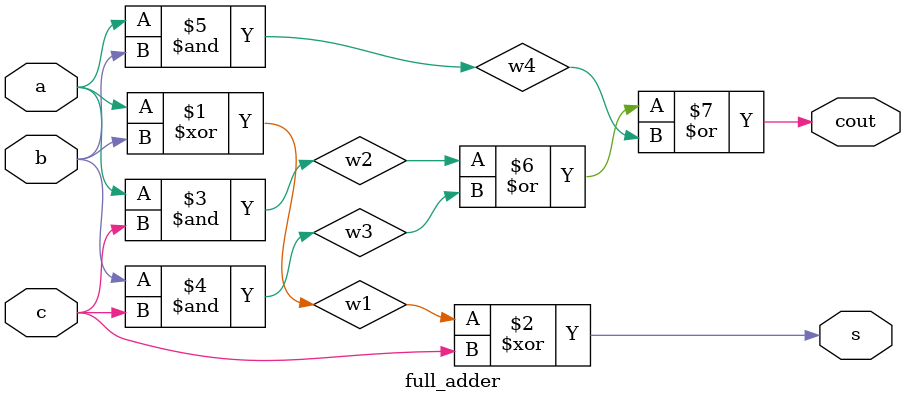
<source format=v>
	
	
	
	/*** unit gate delay model of 16 bit ripple carry adder. ***/
	`timescale 1ns/1ns
	module testbench();
	
		wire[15:0] x,y,s;
		wire cin,cout;
			test_adder test (x,y,s,cout,cin);
			sixteen_bit_adder adder (x,y,s,cout,cin);
	endmodule
	
	
		module test_adder(a,b,s,cout,cin);
			input[15:0] s;  //sum
			input cout;   	//carry out
			output[15:0] a,b;	//a_in, b_in
			output cin;			//carry_in
			reg[15:0] a,b;
			reg cin;			//carry_in
		initial
			begin
	
			$monitor($time," a=%h, b=%h, c=%b, sum=%h, carry=%b ",a,b,cin,s,cout);
			$display($time," a=%h, b=%h, c=%h, sum=%h, carry=%b ",a,b,cin,s,cout);
	
				#100 a=1; b=4; cin=0;
				#100 a=6; b=9; cin=0;
				#100
				/** 2^7 ->2^4 **/
				#100 a=16;b=64;cin=0;    //lower
				#100 a=208;b=32;cin=0;   //upper
				#100  
				/** testing  2^11->2^8 **/
    			#100 a=25;b=200;cin=0;
				#100 a=1990;b=58;cin=0;
				#10 a=2280; b=1560;cin=0;  
			
			
			  /*** testing 2^15 ->2^12 *  **/
				#100 a=53247;b=8192;cin=0; 
			    #100 a=26479;b=4158; cin=0;  //upper
				#100 a=40960;b=5;cin=0;
				#100 a=24576;b=6288;cin=0; 	//lower
			    #100	  
				
			
			$display($time," a=%h, b=%h, c=%b, sum=%h, carry=%b ",a,b,cin,s,cout);
	
			end
	endmodule
	
	
	
	
	module sixteen_bit_adder(input[15:0]x,y,output[15:0]s,output cout,input cin);
		wire[15:0] c;
		
		full_adder FA0(x[0],y[0],cin,s[0],c[0]),
				   FA1(x[1],y[1],c[0],s[1],c[1]),
				   FA2(x[2],y[2],c[1],s[2],c[2]),
				   FA3(x[3],y[3],c[2],s[3],c[3]),
				   
				   FA4(x[4],y[4],c[3],s[4],c[4]),
				   FA5(x[5],y[5],c[4],s[5],c[5]),
				   FA6(x[6],y[6],c[5],s[6],c[6]),
				   FA7(x[7],y[7],c[6],s[7],c[7]),
					
				   FA8(x[8],y[8],c[7],s[8],c[8]),
				   FA9(x[9],y[9],c[8],s[9],c[9]),
				   FA10(x[10],y[10],c[9],s[10],c[10]),
				   FA11(x[11],y[11],c[10],s[11],c[11]),
				   
				   FA12(x[12],y[12],c[11],s[12],c[12]),
				   FA13(x[13],y[13],c[12],s[13],c[13]),
				   FA14(x[14],y[14],c[13],s[14],c[14]),
				   FA15(x[15],y[15],c[14],s[15],cout);
	endmodule
	
	
/*** full adder ***/
	module full_adder(a,b,c,s,cout);
		input a,b,c;
		output s,cout;
	
			xor #1 (w1,a,b),
			       (s,w1,c);
			and #1 (w2,a,c),
				   (w3,b,c),
				   (w4,a,b);
			or  #1 (cout,w2,w3,w4);
		
	endmodule	
</source>
